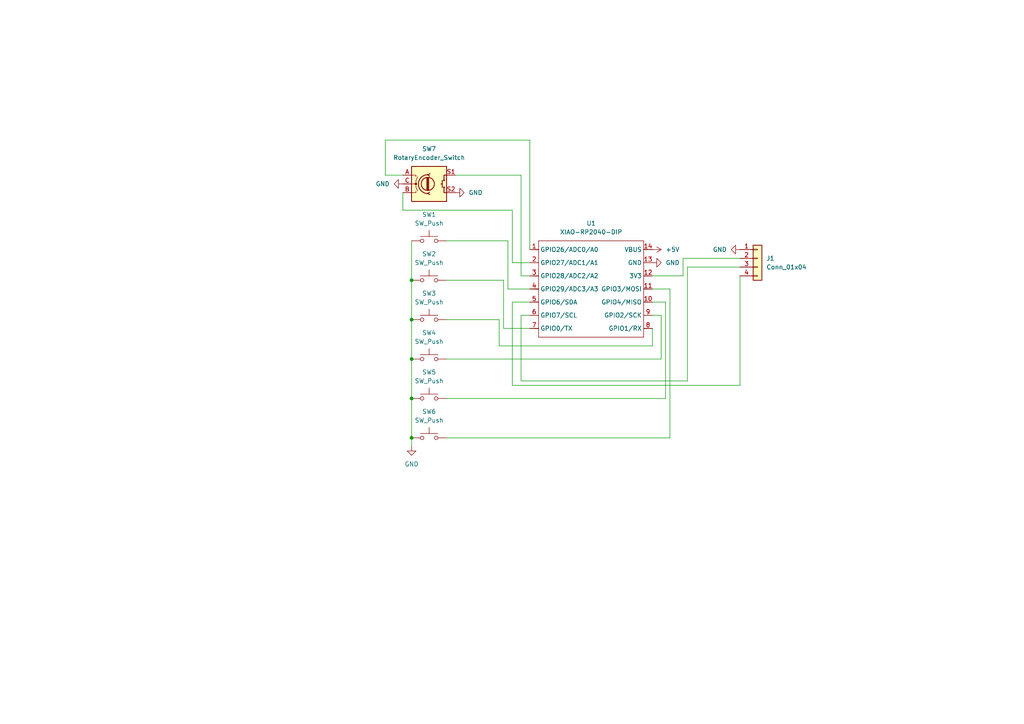
<source format=kicad_sch>
(kicad_sch (version 20250114) (generator "eeschema") (generator_version "9.0")
  (paper "A4")
  (lib_symbols
    (symbol "Connector_Generic:Conn_01x04" (pin_names (offset 1.016) (hide yes))
      (property "Reference" "J" (at 0 5.08 0))
      (property "Value" "Conn_01x04" (at 0 -7.62 0))
      (symbol "Conn_01x04_1_1"
        (rectangle (start -1.27 3.81) (end 1.27 -6.35) (stroke (width 0.254)) (fill (type background)))
        (rectangle (start -1.27 2.667) (end 0 2.413) (stroke (width 0.1524)))
        (rectangle (start -1.27 0.127) (end 0 -0.127) (stroke (width 0.1524)))
        (rectangle (start -1.27 -2.413) (end 0 -2.667) (stroke (width 0.1524)))
        (rectangle (start -1.27 -4.953) (end 0 -5.207) (stroke (width 0.1524)))
        (pin passive line (at -5.08 2.54 0) (length 3.81) (name "Pin_1") (number "1"))
        (pin passive line (at -5.08 0 0) (length 3.81) (name "Pin_2") (number "2"))
        (pin passive line (at -5.08 -2.54 0) (length 3.81) (name "Pin_3") (number "3"))
        (pin passive line (at -5.08 -5.08 0) (length 3.81) (name "Pin_4") (number "4"))
      )
    )
    (symbol "Device:RotaryEncoder_Switch" (pin_names (offset 0.254) (hide yes))
      (property "Reference" "SW" (at 0 6.604 0))
      (property "Value" "RotaryEncoder_Switch" (at 0 -6.604 0))
      (symbol "RotaryEncoder_Switch_0_1"
        (rectangle (start -5.08 5.08) (end 5.08 -5.08) (stroke (width 0.254)) (fill (type background)))
        (polyline (pts (xy -5.08 2.54) (xy -3.81 2.54) (xy -3.81 2.032)))
        (polyline (pts (xy -5.08 0) (xy -3.81 0) (xy -3.81 -1.016) (xy -3.302 -2.032)))
        (polyline (pts (xy -5.08 -2.54) (xy -3.81 -2.54) (xy -3.81 -2.032)))
        (polyline (pts (xy -4.318 0) (xy -3.81 0) (xy -3.81 1.016) (xy -3.302 2.032)))
        (circle (center -3.81 0) (radius 0.254) (fill (type outline)))
        (polyline (pts (xy -0.635 -1.778) (xy -0.635 1.778)) (stroke (width 0.254)))
        (circle (center -0.381 0) (radius 1.905) (stroke (width 0.254)))
        (polyline (pts (xy -0.381 -1.778) (xy -0.381 1.778)) (stroke (width 0.254)))
        (arc (start -0.381 -2.794) (mid -3.0988 -0.0635) (end -0.381 2.667) (stroke (width 0.254)))
        (polyline (pts (xy -0.127 1.778) (xy -0.127 -1.778)) (stroke (width 0.254)))
        (polyline (pts (xy 0.254 2.921) (xy -0.508 2.667) (xy 0.127 2.286)) (stroke (width 0.254)))
        (polyline (pts (xy 0.254 -3.048) (xy -0.508 -2.794) (xy 0.127 -2.413)) (stroke (width 0.254)))
        (polyline (pts (xy 3.81 1.016) (xy 3.81 -1.016)) (stroke (width 0.254)))
        (polyline (pts (xy 3.81 0) (xy 3.429 0)) (stroke (width 0.254)))
        (circle (center 4.318 1.016) (radius 0.127) (stroke (width 0.254)))
        (circle (center 4.318 -1.016) (radius 0.127) (stroke (width 0.254)))
        (polyline (pts (xy 5.08 2.54) (xy 4.318 2.54) (xy 4.318 1.016)) (stroke (width 0.254)))
        (polyline (pts (xy 5.08 -2.54) (xy 4.318 -2.54) (xy 4.318 -1.016)) (stroke (width 0.254)))
      )
      (symbol "RotaryEncoder_Switch_1_1"
        (pin passive line (at -7.62 2.54 0) (length 2.54) (name "A") (number "A"))
        (pin passive line (at -7.62 0 0) (length 2.54) (name "C") (number "C"))
        (pin passive line (at -7.62 -2.54 0) (length 2.54) (name "B") (number "B"))
        (pin passive line (at 7.62 2.54 180) (length 2.54) (name "S1") (number "S1"))
        (pin passive line (at 7.62 -2.54 180) (length 2.54) (name "S2") (number "S2"))
      )
    )
    (symbol "Seeed_Studio_XIAO_Series:XIAO-RP2040-DIP"
      (property "Reference" "U" (at 0 0 0))
      (property "Value" "XIAO-RP2040-DIP" (at 5.334 -1.778 0))
      (symbol "XIAO-RP2040-DIP_1_0"
        (polyline (pts (xy -1.27 -2.54) (xy 29.21 -2.54)) (stroke (width 0.1524)))
        (polyline (pts (xy -1.27 -5.08) (xy -2.54 -5.08)) (stroke (width 0.1524)))
        (polyline (pts (xy -1.27 -5.08) (xy -1.27 -2.54)) (stroke (width 0.1524)))
        (polyline (pts (xy -1.27 -8.89) (xy -2.54 -8.89)) (stroke (width 0.1524)))
        (polyline (pts (xy -1.27 -8.89) (xy -1.27 -5.08)) (stroke (width 0.1524)))
        (polyline (pts (xy -1.27 -12.7) (xy -2.54 -12.7)) (stroke (width 0.1524)))
        (polyline (pts (xy -1.27 -12.7) (xy -1.27 -8.89)) (stroke (width 0.1524)))
        (polyline (pts (xy -1.27 -16.51) (xy -2.54 -16.51)) (stroke (width 0.1524)))
        (polyline (pts (xy -1.27 -16.51) (xy -1.27 -12.7)) (stroke (width 0.1524)))
        (polyline (pts (xy -1.27 -20.32) (xy -2.54 -20.32)) (stroke (width 0.1524)))
        (polyline (pts (xy -1.27 -24.13) (xy -2.54 -24.13)) (stroke (width 0.1524)))
        (polyline (pts (xy -1.27 -27.94) (xy -2.54 -27.94)) (stroke (width 0.1524)))
        (polyline (pts (xy -1.27 -30.48) (xy -1.27 -16.51)) (stroke (width 0.1524)))
        (polyline (pts (xy 29.21 -2.54) (xy 29.21 -5.08)) (stroke (width 0.1524)))
        (polyline (pts (xy 29.21 -5.08) (xy 29.21 -8.89)) (stroke (width 0.1524)))
        (polyline (pts (xy 29.21 -8.89) (xy 29.21 -12.7)) (stroke (width 0.1524)))
        (polyline (pts (xy 29.21 -12.7) (xy 29.21 -30.48)) (stroke (width 0.1524)))
        (polyline (pts (xy 29.21 -30.48) (xy -1.27 -30.48)) (stroke (width 0.1524)))
        (polyline (pts (xy 30.48 -5.08) (xy 29.21 -5.08)) (stroke (width 0.1524)))
        (polyline (pts (xy 30.48 -8.89) (xy 29.21 -8.89)) (stroke (width 0.1524)))
        (polyline (pts (xy 30.48 -12.7) (xy 29.21 -12.7)) (stroke (width 0.1524)))
        (polyline (pts (xy 30.48 -16.51) (xy 29.21 -16.51)) (stroke (width 0.1524)))
        (polyline (pts (xy 30.48 -20.32) (xy 29.21 -20.32)) (stroke (width 0.1524)))
        (polyline (pts (xy 30.48 -24.13) (xy 29.21 -24.13)) (stroke (width 0.1524)))
        (polyline (pts (xy 30.48 -27.94) (xy 29.21 -27.94)) (stroke (width 0.1524)))
        (pin passive line (at -3.81 -5.08 0) (length 2.54) (name "GPIO26/ADC0/A0") (number "1"))
        (pin passive line (at -3.81 -8.89 0) (length 2.54) (name "GPIO27/ADC1/A1") (number "2"))
        (pin passive line (at -3.81 -12.7 0) (length 2.54) (name "GPIO28/ADC2/A2") (number "3"))
        (pin passive line (at -3.81 -16.51 0) (length 2.54) (name "GPIO29/ADC3/A3") (number "4"))
        (pin passive line (at -3.81 -20.32 0) (length 2.54) (name "GPIO6/SDA") (number "5"))
        (pin passive line (at -3.81 -24.13 0) (length 2.54) (name "GPIO7/SCL") (number "6"))
        (pin passive line (at -3.81 -27.94 0) (length 2.54) (name "GPIO0/TX") (number "7"))
        (pin passive line (at 31.75 -5.08 180) (length 2.54) (name "VBUS") (number "14"))
        (pin passive line (at 31.75 -8.89 180) (length 2.54) (name "GND") (number "13"))
        (pin passive line (at 31.75 -12.7 180) (length 2.54) (name "3V3") (number "12"))
        (pin passive line (at 31.75 -16.51 180) (length 2.54) (name "GPIO3/MOSI") (number "11"))
        (pin passive line (at 31.75 -20.32 180) (length 2.54) (name "GPIO4/MISO") (number "10"))
        (pin passive line (at 31.75 -24.13 180) (length 2.54) (name "GPIO2/SCK") (number "9"))
        (pin passive line (at 31.75 -27.94 180) (length 2.54) (name "GPIO1/RX") (number "8"))
      )
    )
    (symbol "Switch:SW_Push" (pin_numbers (hide yes)) (pin_names (offset 1.016) (hide yes))
      (property "Reference" "SW" (at 1.27 2.54 0))
      (property "Value" "SW_Push" (at 0 -1.524 0))
      (symbol "SW_Push_0_1"
        (circle (center -2.032 0) (radius 0.508))
        (polyline (pts (xy 0 1.27) (xy 0 3.048)))
        (circle (center 2.032 0) (radius 0.508))
        (polyline (pts (xy 2.54 1.27) (xy -2.54 1.27)))
        (pin passive line (at -5.08 0 0) (length 2.54) (name "1") (number "1"))
        (pin passive line (at 5.08 0 180) (length 2.54) (name "2") (number "2"))
      )
    )
    (symbol "power:+5V" (power) (pin_numbers (hide yes)) (pin_names (offset 0) (hide yes))
      (property "Value" "+5V" (at 0 3.556 0))
      (symbol "+5V_0_1"
        (polyline (pts (xy -0.762 1.27) (xy 0 2.54)))
        (polyline (pts (xy 0 2.54) (xy 0.762 1.27)))
        (polyline (pts (xy 0 0) (xy 0 2.54)))
      )
      (symbol "+5V_1_1"
        (pin power_in line (at 0 0 90) (length 0) (name "~") (number "1"))
      )
    )
    (symbol "power:GND" (power) (pin_numbers (hide yes)) (pin_names (offset 0) (hide yes))
      (property "Value" "GND" (at 0 -3.81 0))
      (symbol "GND_0_1"
        (polyline (pts (xy 0 0) (xy 0 -1.27) (xy 1.27 -1.27) (xy 0 -2.54) (xy -1.27 -1.27) (xy 0 -1.27)))
      )
      (symbol "GND_1_1"
        (pin power_in line (at 0 0 270) (length 0) (name "~") (number "1"))
      )
    )
  )
  (junction (at 119.38 115.57))
  (junction (at 119.38 127))
  (junction (at 119.38 92.71))
  (junction (at 119.38 104.14))
  (junction (at 119.38 81.28))
  (wire (pts (xy 129.54 115.57) (xy 193.04 115.57)))
  (wire (pts (xy 194.31 83.82) (xy 189.23 83.82)))
  (wire (pts (xy 111.76 40.64) (xy 153.67 40.64)))
  (wire (pts (xy 111.76 50.8) (xy 111.76 40.64)))
  (wire (pts (xy 153.67 87.63) (xy 148.59 87.63)))
  (wire (pts (xy 191.77 91.44) (xy 189.23 91.44)))
  (wire (pts (xy 199.39 110.49) (xy 151.13 110.49)))
  (wire (pts (xy 129.54 69.85) (xy 147.32 69.85)))
  (wire (pts (xy 151.13 80.01) (xy 153.67 80.01)))
  (wire (pts (xy 116.84 60.96) (xy 148.59 60.96)))
  (wire (pts (xy 198.12 80.01) (xy 189.23 80.01)))
  (wire (pts (xy 214.63 74.93) (xy 198.12 74.93)))
  (wire (pts (xy 151.13 110.49) (xy 151.13 91.44)))
  (wire (pts (xy 148.59 111.76) (xy 214.63 111.76)))
  (wire (pts (xy 189.23 95.25) (xy 189.23 100.33)))
  (wire (pts (xy 119.38 69.85) (xy 119.38 81.28)))
  (wire (pts (xy 147.32 69.85) (xy 147.32 83.82)))
  (wire (pts (xy 214.63 111.76) (xy 214.63 80.01)))
  (wire (pts (xy 119.38 115.57) (xy 119.38 127)))
  (wire (pts (xy 144.78 100.33) (xy 189.23 100.33)))
  (wire (pts (xy 146.05 81.28) (xy 146.05 95.25)))
  (wire (pts (xy 129.54 81.28) (xy 146.05 81.28)))
  (wire (pts (xy 193.04 87.63) (xy 189.23 87.63)))
  (wire (pts (xy 116.84 55.88) (xy 116.84 60.96)))
  (wire (pts (xy 129.54 92.71) (xy 144.78 92.71)))
  (wire (pts (xy 119.38 92.71) (xy 119.38 104.14)))
  (wire (pts (xy 148.59 76.2) (xy 153.67 76.2)))
  (wire (pts (xy 144.78 92.71) (xy 144.78 100.33)))
  (wire (pts (xy 129.54 104.14) (xy 191.77 104.14)))
  (wire (pts (xy 116.84 50.8) (xy 111.76 50.8)))
  (wire (pts (xy 153.67 40.64) (xy 153.67 72.39)))
  (wire (pts (xy 193.04 115.57) (xy 193.04 87.63)))
  (wire (pts (xy 146.05 95.25) (xy 153.67 95.25)))
  (wire (pts (xy 119.38 127) (xy 119.38 129.54)))
  (wire (pts (xy 214.63 77.47) (xy 199.39 77.47)))
  (wire (pts (xy 191.77 104.14) (xy 191.77 91.44)))
  (wire (pts (xy 119.38 104.14) (xy 119.38 115.57)))
  (wire (pts (xy 151.13 91.44) (xy 153.67 91.44)))
  (wire (pts (xy 148.59 87.63) (xy 148.59 111.76)))
  (wire (pts (xy 132.08 50.8) (xy 151.13 50.8)))
  (wire (pts (xy 119.38 81.28) (xy 119.38 92.71)))
  (wire (pts (xy 148.59 60.96) (xy 148.59 76.2)))
  (wire (pts (xy 194.31 127) (xy 194.31 83.82)))
  (wire (pts (xy 129.54 127) (xy 194.31 127)))
  (wire (pts (xy 151.13 50.8) (xy 151.13 80.01)))
  (wire (pts (xy 198.12 74.93) (xy 198.12 80.01)))
  (wire (pts (xy 199.39 77.47) (xy 199.39 110.49)))
  (wire (pts (xy 147.32 83.82) (xy 153.67 83.82)))
  (symbol (lib_id "power:GND") (at 189.23 76.2 90) (unit 1)
    (property "Reference" "#PWR01" (effects (hide yes)))
    (property "Value" "GND" (at 193.04 76.1999 90) (effects (justify right)))
    (property "Description" "Power symbol creates a global label with name \"GND\" , ground" (effects (hide yes)))
  )
  (symbol (lib_id "Switch:SW_Push") (at 124.46 115.57 0) (unit 1)
    (property "Reference" "SW5" (at 124.46 107.95 0))
    (property "Value" "SW_Push" (at 124.46 110.49 0))
    (property "Footprint" "Button_Switch_Keyboard:SW_Cherry_MX_1.00u_PCB" (effects (hide yes)))
    (property "Description" "Push button switch, generic, two pins" (effects (hide yes)))
  )
  (symbol (lib_id "Device:RotaryEncoder_Switch") (at 124.46 53.34 0) (unit 1)
    (property "Reference" "SW7" (at 124.46 43.18 0))
    (property "Value" "RotaryEncoder_Switch" (at 124.46 45.72 0))
    (property "Footprint" "Rotary_Encoder:RotaryEncoder_Alps_EC11E-Switch_Vertical_H20mm" (effects (hide yes)))
    (property "Description" "Rotary encoder, dual channel, incremental quadrate outputs, with switch" (effects (hide yes)))
  )
  (symbol (lib_id "power:GND") (at 132.08 55.88 90) (unit 1)
    (property "Reference" "#PWR04" (effects (hide yes)))
    (property "Value" "GND" (at 135.89 55.8799 90) (effects (justify right)))
    (property "Description" "Power symbol creates a global label with name \"GND\" , ground" (effects (hide yes)))
  )
  (symbol (lib_id "power:+5V") (at 189.23 72.39 270) (unit 1)
    (property "Reference" "#PWR05" (effects (hide yes)))
    (property "Value" "+5V" (at 193.04 72.3899 90) (effects (justify left)))
    (property "Description" "Power symbol creates a global label with name \"+5V\"" (effects (hide yes)))
  )
  (symbol (lib_id "Connector_Generic:Conn_01x04") (at 219.71 74.93 0) (unit 1)
    (property "Reference" "J1" (at 222.25 74.9299 0) (effects (justify left)))
    (property "Value" "Conn_01x04" (at 222.25 77.4699 0) (effects (justify left)))
    (property "Footprint" "KiCad:SSD1306-0.91-OLED-4pin-128x32" (effects (hide yes)))
    (property "Description" "Generic connector, single row, 01x04, script generated (kicad-library-utils/schlib/autogen/connector/)" (effects (hide yes)))
  )
  (symbol (lib_id "Switch:SW_Push") (at 124.46 69.85 0) (unit 1)
    (property "Reference" "SW1" (at 124.46 62.23 0))
    (property "Value" "SW_Push" (at 124.46 64.77 0))
    (property "Footprint" "Button_Switch_Keyboard:SW_Cherry_MX_1.00u_PCB" (effects (hide yes)))
    (property "Description" "Push button switch, generic, two pins" (effects (hide yes)))
  )
  (symbol (lib_id "power:GND") (at 119.38 129.54 0) (unit 1)
    (property "Reference" "#PWR02" (effects (hide yes)))
    (property "Value" "GND" (at 119.38 134.62 0))
    (property "Description" "Power symbol creates a global label with name \"GND\" , ground" (effects (hide yes)))
  )
  (symbol (lib_id "Switch:SW_Push") (at 124.46 92.71 0) (unit 1)
    (property "Reference" "SW3" (at 124.46 85.09 0))
    (property "Value" "SW_Push" (at 124.46 87.63 0))
    (property "Footprint" "Button_Switch_Keyboard:SW_Cherry_MX_1.00u_PCB" (effects (hide yes)))
    (property "Description" "Push button switch, generic, two pins" (effects (hide yes)))
  )
  (symbol (lib_id "Switch:SW_Push") (at 124.46 81.28 0) (unit 1)
    (property "Reference" "SW2" (at 124.46 73.66 0))
    (property "Value" "SW_Push" (at 124.46 76.2 0))
    (property "Footprint" "Button_Switch_Keyboard:SW_Cherry_MX_1.00u_PCB" (effects (hide yes)))
    (property "Description" "Push button switch, generic, two pins" (effects (hide yes)))
  )
  (symbol (lib_id "Switch:SW_Push") (at 124.46 104.14 0) (unit 1)
    (property "Reference" "SW4" (at 124.46 96.52 0))
    (property "Value" "SW_Push" (at 124.46 99.06 0))
    (property "Footprint" "Button_Switch_Keyboard:SW_Cherry_MX_1.00u_PCB" (effects (hide yes)))
    (property "Description" "Push button switch, generic, two pins" (effects (hide yes)))
  )
  (symbol (lib_id "power:GND") (at 214.63 72.39 270) (unit 1)
    (property "Reference" "#PWR06" (effects (hide yes)))
    (property "Value" "GND" (at 210.82 72.3899 90) (effects (justify right)))
    (property "Description" "Power symbol creates a global label with name \"GND\" , ground" (effects (hide yes)))
  )
  (symbol (lib_id "power:GND") (at 116.84 53.34 270) (unit 1)
    (property "Reference" "#PWR03" (effects (hide yes)))
    (property "Value" "GND" (at 113.03 53.3399 90) (effects (justify right)))
    (property "Description" "Power symbol creates a global label with name \"GND\" , ground" (effects (hide yes)))
  )
  (symbol (lib_id "Seeed_Studio_XIAO_Series:XIAO-RP2040-DIP") (at 157.48 67.31 0) (unit 1)
    (property "Reference" "U1" (at 171.45 64.77 0))
    (property "Value" "XIAO-RP2040-DIP" (at 171.45 67.31 0))
    (property "Footprint" "Seeed Studio XIAO Series Library:XIAO-RP2040-DIP" (effects (hide yes)))
  )
  (symbol (lib_id "Switch:SW_Push") (at 124.46 127 0) (unit 1)
    (property "Reference" "SW6" (at 124.46 119.38 0))
    (property "Value" "SW_Push" (at 124.46 121.92 0))
    (property "Footprint" "Button_Switch_Keyboard:SW_Cherry_MX_1.00u_PCB" (effects (hide yes)))
    (property "Description" "Push button switch, generic, two pins" (effects (hide yes)))
  )
)
</source>
